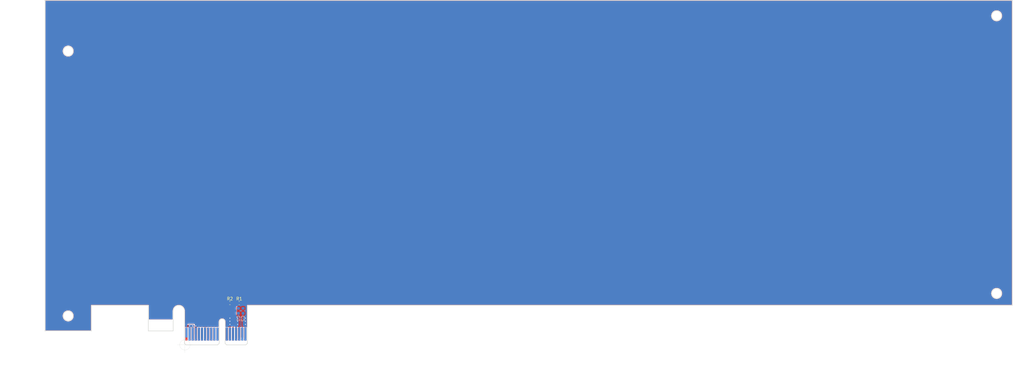
<source format=kicad_pcb>
(kicad_pcb (version 20221018) (generator pcbnew)
  (title_block (title "PCIexpress_x16_full") (company "Author: Luca Anastasio"))
  (layers (0 "F.Cu" power) (1 "In1.Cu" power) (2 "In2.Cu" power) (31 "B.Cu" power) (34 "B.Paste" user) (35 "F.Paste" user) (36 "B.SilkS" user "B.Silkscreen") (37 "F.SilkS" user "F.Silkscreen") (38 "B.Mask" user) (39 "F.Mask" user) (44 "Edge.Cuts" user))
  (net 0 "")
  (net 1 "GND")
  (net 2 "+12V")
  (net 3 "+3V3")
  (net 4 "+3.3VA")
  (net 5 "Net-(J2-PadB12)")
  (net 6 "/PER0_P")
  (net 7 "/PER0_N")
  (net 8 "/SMCLK")
  (net 9 "/SMDAT")
  (net 10 "/~{TRST}")
  (net 11 "/~{WAKE}")
  (net 12 "/PET0_P")
  (net 13 "/PET0_N")
  (net 14 "/~{PRSNT2x1}")
  (net 15 "/~{PRSNT1}")
  (net 16 "/TCK")
  (net 17 "/TDI")
  (net 18 "/TDO")
  (net 19 "/TMS")
  (net 20 "/~{PERST}")
  (net 21 "/REFCLK-")
  (net 22 "/REFCLK+")
  (net 23 "/PCIexpress_connector/_PER0_P")
  (net 24 "/PCIexpress_connector/_PER0_N")
  (footprint "PCIexpress:PCIexpress_bracket_full" (layer "F.Cu") (at 109.625 194.125)
    (fp_text reference "J1" hide)
    (fp_text value "PCIexpress_bracket")
  )
  (footprint "Resistor_SMD:R_0603_1608Metric" (layer "F.Cu") (at 127.125 180.625)
    (fp_text reference "R1" (at 0 -1.375) (layer "F.SilkS"))
    (fp_text value "49.9")
    (fp_line (start -0.162779 -0.51) (end 0.162779 -0.51) (stroke (width 0.12)) (layer "F.SilkS"))
    (fp_line (start -0.162779 0.51) (end 0.162779 0.51) (stroke (width 0.12)) (layer "F.SilkS"))
    (pad "1" smd roundrect (at -0.7875 0) (size 0.875 0.95) (layers "F.Cu" "F.Paste" "F.Mask") (net 13 "/PET0_N"))
    (pad "2" smd roundrect (at 0.7875 0) (size 0.875 0.95) (layers "F.Cu" "F.Paste" "F.Mask") (net 1 "GND"))
  )
  (footprint "Resistor_SMD:R_0603_1608Metric" (layer "F.Cu") (at 124.125 180.625 180)
    (fp_text reference "R2" (at 0 1.375) (layer "F.SilkS"))
    (fp_text value "49.9")
    (fp_line (start -0.162779 -0.51) (end 0.162779 -0.51) (stroke (width 0.12)) (layer "F.SilkS"))
    (fp_line (start -0.162779 0.51) (end 0.162779 0.51) (stroke (width 0.12)) (layer "F.SilkS"))
    (pad "1" smd roundrect (at -0.7875 0 180) (size 0.875 0.95) (layers "F.Cu" "F.Paste" "F.Mask") (net 12 "/PET0_P"))
    (pad "2" smd roundrect (at 0.7875 0 180) (size 0.875 0.95) (layers "F.Cu" "F.Paste" "F.Mask") (net 1 "GND"))
  )
  (footprint "PCIexpress:PCIexpress_x1" (layer "F.Cu") (at 109.625 194.125)
    (fp_text reference "J2" hide)
    (fp_text value "PCIexpress_x1")
    (pad "A1" connect rect (at 0.5 -4) (size 0.7 3.2) (layers "B.Cu") (net 15 "/~{PRSNT1}"))
    (pad "A2" connect rect (at 1.5 -3.5) (size 0.7 4.2) (layers "B.Cu") (net 2 "+12V"))
    (pad "A3" connect rect (at 2.5 -3.5) (size 0.7 4.2) (layers "B.Cu") (net 2 "+12V"))
    (pad "A4" connect rect (at 3.5 -3.5) (size 0.7 4.2) (layers "B.Cu") (net 1 "GND"))
    (pad "A5" connect rect (at 4.5 -3.5) (size 0.7 4.2) (layers "B.Cu") (net 16 "/TCK"))
    (pad "A6" connect rect (at 5.5 -3.5) (size 0.7 4.2) (layers "B.Cu") (net 17 "/TDI"))
    (pad "A7" connect rect (at 6.5 -3.5) (size 0.7 4.2) (layers "B.Cu") (net 18 "/TDO"))
    (pad "A8" connect rect (at 7.5 -3.5) (size 0.7 4.2) (layers "B.Cu") (net 19 "/TMS"))
    (pad "A9" connect rect (at 8.5 -3.5) (size 0.7 4.2) (layers "B.Cu") (net 3 "+3V3"))
    (pad "A10" connect rect (at 9.5 -3.5) (size 0.7 4.2) (layers "B.Cu") (net 3 "+3V3"))
    (pad "A11" connect rect (at 10.5 -3.5) (size 0.7 4.2) (layers "B.Cu") (net 20 "/~{PERST}"))
    (pad "A12" connect rect (at 13.5 -3.5) (size 0.7 4.2) (layers "B.Cu") (net 1 "GND"))
    (pad "A13" connect rect (at 14.5 -3.5) (size 0.7 4.2) (layers "B.Cu") (net 22 "/REFCLK+"))
    (pad "A14" connect rect (at 15.5 -3.5) (size 0.7 4.2) (layers "B.Cu") (net 21 "/REFCLK-"))
    (pad "A15" connect rect (at 16.5 -3.5) (size 0.7 4.2) (layers "B.Cu") (net 1 "GND"))
    (pad "A16" connect rect (at 17.5 -3.5) (size 0.7 4.2) (layers "B.Cu") (net 23 "/PCIexpress_connector/_PER0_P"))
    (pad "A17" connect rect (at 18.5 -3.5) (size 0.7 4.2) (layers "B.Cu") (net 24 "/PCIexpress_connector/_PER0_N"))
    (pad "A18" connect rect (at 19.5 -3.5) (size 0.7 4.2) (layers "B.Cu") (net 1 "GND"))
    (pad "B1" connect rect (at 0.5 -3.5) (size 0.7 4.2) (layers "F.Cu") (net 2 "+12V"))
    (pad "B2" connect rect (at 1.5 -3.5) (size 0.7 4.2) (layers "F.Cu") (net 2 "+12V"))
    (pad "B3" connect rect (at 2.5 -3.5) (size 0.7 4.2) (layers "F.Cu") (net 2 "+12V"))
    (pad "B4" connect rect (at 3.5 -3.5) (size 0.7 4.2) (layers "F.Cu") (net 1 "GND"))
    (pad "B5" connect rect (at 4.5 -3.5) (size 0.7 4.2) (layers "F.Cu") (net 8 "/SMCLK"))
    (pad "B6" connect rect (at 5.5 -3.5) (size 0.7 4.2) (layers "F.Cu") (net 9 "/SMDAT"))
    (pad "B7" connect rect (at 6.5 -3.5) (size 0.7 4.2) (layers "F.Cu") (net 1 "GND"))
    (pad "B8" connect rect (at 7.5 -3.5) (size 0.7 4.2) (layers "F.Cu") (net 3 "+3V3"))
    (pad "B9" connect rect (at 8.5 -3.5) (size 0.7 4.2) (layers "F.Cu") (net 10 "/~{TRST}"))
    (pad "B10" connect rect (at 9.5 -3.5) (size 0.7 4.2) (layers "F.Cu") (net 4 "+3.3VA"))
    (pad "B11" connect rect (at 10.5 -3.5) (size 0.7 4.2) (layers "F.Cu") (net 11 "/~{WAKE}"))
    (pad "B12" connect rect (at 13.5 -3.5) (size 0.7 4.2) (layers "F.Cu") (net 5 "Net-(J2-PadB12)"))
    (pad "B13" connect rect (at 14.5 -3.5) (size 0.7 4.2) (layers "F.Cu") (net 1 "GND"))
    (pad "B14" connect rect (at 15.5 -3.5) (size 0.7 4.2) (layers "F.Cu") (net 12 "/PET0_P"))
    (pad "B15" connect rect (at 16.5 -3.5) (size 0.7 4.2) (layers "F.Cu") (net 13 "/PET0_N"))
    (pad "B16" connect rect (at 17.5 -3.5) (size 0.7 4.2) (layers "F.Cu") (net 1 "GND"))
    (pad "B17" connect rect (at 18.5 -4) (size 0.7 3.2) (layers "F.Cu") (net 14 "/~{PRSNT2x1}"))
    (pad "B18" connect rect (at 19.5 -3.5) (size 0.7 4.2) (layers "F.Cu") (net 1 "GND"))
  )
  (footprint "Capacitor_SMD:C_0603_1608Metric" (layer "B.Cu") (at 126.875 183.125 -90)
    (fp_text reference "C1" (at 2.5 0 90) (layer "B.SilkS") (effects (justify mirror)))
    (fp_text value "100n")
    (fp_line (start -0.162779 -0.51) (end 0.162779 -0.51) (stroke (width 0.12)) (layer "B.SilkS"))
    (fp_line (start -0.162779 0.51) (end 0.162779 0.51) (stroke (width 0.12)) (layer "B.SilkS"))
    (pad "1" smd roundrect (at -0.7875 0 270) (size 0.875 0.95) (layers "B.Cu" "B.Paste" "B.Mask") (net 6 "/PER0_P"))
    (pad "2" smd roundrect (at 0.7875 0 270) (size 0.875 0.95) (layers "B.Cu" "B.Paste" "B.Mask") (net 23 "/PCIexpress_connector/_PER0_P"))
  )
  (footprint "Capacitor_SMD:C_0603_1608Metric" (layer "B.Cu") (at 128.375 183.125 90)
    (fp_text reference "C2" (at -2.5 0 90) (layer "B.SilkS") (effects (justify mirror)))
    (fp_text value "100n")
    (fp_line (start -0.162779 -0.51) (end 0.162779 -0.51) (stroke (width 0.12)) (layer "B.SilkS"))
    (fp_line (start -0.162779 0.51) (end 0.162779 0.51) (stroke (width 0.12)) (layer "B.SilkS"))
    (pad "1" smd roundrect (at -0.7875 0 90) (size 0.875 0.95) (layers "B.Cu" "B.Paste" "B.Mask") (net 24 "/PCIexpress_connector/_PER0_N"))
    (pad "2" smd roundrect (at 0.7875 0 90) (size 0.875 0.95) (layers "B.Cu" "B.Paste" "B.Mask") (net 7 "/PER0_N"))
  )
  (gr_line (start 123.075 194.125) (end 129.275 194.125) (stroke (width 0.15)) (layer "Edge.Cuts"))
  (gr_line (start 120.675 193.625) (end 120.675 186.675) (stroke (width 0.15)) (layer "Edge.Cuts"))
  (gr_line (start 120.175 194.125) (end 120.675 193.625) (stroke (width 0.15)) (layer "Edge.Cuts"))
  (gr_circle (center 371.395 87.995) (end 372.995 87.995) (stroke (width 0.15)) (fill none) (layer "Edge.Cuts"))
  (gr_circle (center 71.975 184.775) (end 73.575 184.775) (stroke (width 0.15)) (fill none) (layer "Edge.Cuts"))
  (gr_line (start 129.275 194.125) (end 129.775 193.625) (stroke (width 0.15)) (layer "Edge.Cuts"))
  (gr_line (start 105.825 189.625) (end 105.825 183.2) (stroke (width 0.15)) (layer "Edge.Cuts"))
  (gr_line (start 79.475 181.375) (end 97.825 181.375) (stroke (width 0.15)) (layer "Edge.Cuts"))
  (gr_line (start 79.475 189.625) (end 79.475 181.375) (stroke (width 0.15)) (layer "Edge.Cuts"))
  (gr_line (start 376.4777 181.375) (end 376.475 82.975) (stroke (width 0.15)) (layer "Edge.Cuts"))
  (gr_line (start 122.575 186.675) (end 122.575 193.625) (stroke (width 0.15)) (layer "Edge.Cuts"))
  (gr_arc (start 120.675 186.675) (mid 121.625 185.725) (end 122.575 186.675) (stroke (width 0.15)) (layer "Edge.Cuts"))
  (gr_arc (start 105.825 183.2) (mid 107.65 181.375) (end 109.475 183.2) (stroke (width 0.15)) (layer "Edge.Cuts"))
  (gr_line (start 109.475 183.2) (end 109.475 193.625) (stroke (width 0.15)) (layer "Edge.Cuts"))
  (gr_circle (center 371.395 177.525) (end 372.995 177.525) (stroke (width 0.15)) (fill none) (layer "Edge.Cuts"))
  (gr_line (start 64.475 189.625) (end 79.475 189.625) (stroke (width 0.15)) (layer "Edge.Cuts"))
  (gr_line (start 109.975 194.125) (end 120.175 194.125) (stroke (width 0.15)) (layer "Edge.Cuts"))
  (gr_line (start 97.825 181.375) (end 97.825 189.625) (stroke (width 0.15)) (layer "Edge.Cuts"))
  (gr_line (start 64.475 82.975) (end 64.475 189.625) (stroke (width 0.15)) (layer "Edge.Cuts"))
  (gr_line (start 376.475 82.975) (end 64.475 82.975) (stroke (width 0.15)) (layer "Edge.Cuts"))
  (gr_line (start 122.575 193.625) (end 123.075 194.125) (stroke (width 0.15)) (layer "Edge.Cuts"))
  (gr_line (start 129.775 193.625) (end 129.775 181.375) (stroke (width 0.15)) (layer "Edge.Cuts"))
  (gr_circle (center 71.975 99.375) (end 73.575 99.375) (stroke (width 0.15)) (fill none) (layer "Edge.Cuts"))
  (gr_line (start 97.825 189.625) (end 105.825 189.625) (stroke (width 0.15)) (layer "Edge.Cuts"))
  (gr_line (start 109.475 193.625) (end 109.975 194.125) (stroke (width 0.15)) (layer "Edge.Cuts"))
  (gr_line (start 129.775 181.375) (end 376.4777 181.375) (stroke (width 0.15)) (layer "Edge.Cuts"))
  (target plus (at 109.625 194.125) (size 5) (width 0.05) (layer "Edge.Cuts"))
  (segment (start 113.125 188.125) (end 113.125 188.125) (width 0.7) (layer "F.Cu") (net 1))
  (segment (start 113.125 190.625) (end 113.125 188) (width 0.7) (layer "F.Cu") (net 1))
  (via (at 124.125 185.5) (size 0.55) (drill 0.3) (layers "F.Cu" "B.Cu") (net 1))
  (via (at 129.125 185.5) (size 0.55) (drill 0.3) (layers "F.Cu" "B.Cu") (net 1))
  (via (at 126.625 185.5) (size 0.55) (drill 0.3) (layers "F.Cu" "B.Cu") (net 1))
  (via (at 126.625 187.5) (size 0.55) (drill 0.3) (layers "F.Cu" "B.Cu") (net 1))
  (via (at 129.125 186.5) (size 0.55) (drill 0.3) (layers "F.Cu" "B.Cu") (net 1))
  (via (at 129.125 187.5) (size 0.55) (drill 0.3) (layers "F.Cu" "B.Cu") (net 1))
  (via (at 124.125 187.5) (size 0.55) (drill 0.3) (layers "F.Cu" "B.Cu") (net 1))
  (via (at 113.125 188) (size 0.55) (drill 0.3) (layers "F.Cu" "B.Cu") (net 1))
  (via (at 126.625 186.5) (size 0.55) (drill 0.3) (layers "F.Cu" "B.Cu") (net 1))
  (via (at 124.125 186.5) (size 0.55) (drill 0.3) (layers "F.Cu" "B.Cu") (net 1))
  (segment (start 111.125 190.625) (end 111.125 188) (width 0.0889) (layer "F.Cu") (net 2))
  (via (at 111.125 188) (size 0.55) (drill 0.3) (layers "F.Cu" "B.Cu") (net 2))
  (via (at 112.125 188) (size 0.55) (drill 0.3) (layers "F.Cu" "B.Cu") (net 2))
  (segment (start 124.9125 181.26875) (end 124.9125 180.625) (width 0.2) (layer "F.Cu") (net 12))
  (segment (start 125.125 190.625) (end 125.125 188.375) (width 0.2) (layer "F.Cu") (net 12))
  (segment (start 125.425 188.075) (end 125.425 181.78125) (width 0.2) (layer "F.Cu") (net 12))
  (segment (start 125.425 181.78125) (end 124.9125 181.26875) (width 0.2) (layer "F.Cu") (net 12))
  (segment (start 125.125 188.375) (end 125.425 188.075) (width 0.2) (layer "F.Cu") (net 12))
  (segment (start 125.825 181.8) (end 126.3375 181.2875) (width 0.2) (layer "F.Cu") (net 13))
  (segment (start 126.3375 181.2875) (end 126.3375 180.625) (width 0.2) (layer "F.Cu") (net 13))
  (segment (start 126.125 190.625) (end 126.125 188.375) (width 0.2) (layer "F.Cu") (net 13))
  (segment (start 126.125 188.375) (end 125.825 188.075) (width 0.2) (layer "F.Cu") (net 13))
  (segment (start 125.825 188.075) (end 125.825 181.8) (width 0.2) (layer "F.Cu") (net 13))
  (segment (start 126.875 184.5) (end 127.425 185.05) (width 0.2) (layer "B.Cu") (net 23))
  (segment (start 127.125 188.375) (end 127.125 190.625) (width 0.2) (layer "B.Cu") (net 23))
  (segment (start 126.875 183.9125) (end 126.875 184.5) (width 0.2) (layer "B.Cu") (net 23))
  (segment (start 127.425 185.05) (end 127.425 188.075) (width 0.2) (layer "B.Cu") (net 23))
  (segment (start 127.425 188.075) (end 127.125 188.375) (width 0.2) (layer "B.Cu") (net 23))
  (segment (start 127.825 188.075) (end 128.125 188.375) (width 0.2) (layer "B.Cu") (net 24))
  (segment (start 128.375 183.9125) (end 128.375 184.5) (width 0.2) (layer "B.Cu") (net 24))
  (segment (start 127.825 185.05) (end 127.825 188.075) (width 0.2) (layer "B.Cu") (net 24))
  (segment (start 128.125 188.375) (end 128.125 190.625) (width 0.2) (layer "B.Cu") (net 24))
  (segment (start 128.375 184.5) (end 127.825 185.05) (width 0.2) (layer "B.Cu") (net 24))
  (zone (net 2) (net_name "+12V") (layer "F.Cu") (priority 2) (connect_pads thru_hole_only (clearance 0)) (min_thickness 0.25) (fill yes (thermal_gap 0.508) (thermal_bridge_width 0.508))
    (polygon (pts (xy 112.625 188.526) (xy 109.375 188.526) (xy 109.375 187.5) (xy 112.625 187.5)))
  )
  (zone (net 1) (net_name "GND") (layer "F.Cu") (connect_pads thru_hole_only (clearance 0)) (min_thickness 0.25) (fill yes (thermal_gap 0.508) (thermal_bridge_width 0.508))
    (polygon (pts (xy 64.5 83) (xy 376.5 83) (xy 376.5 181.375) (xy 129.875 181.375) (xy 129.875 188.525) (xy 109.375 188.525) (xy 109.375 183.25) (xy 105.875 183.25) (xy 105.875 186) (xy 97.75 186) (xy 97.75 181.375) (xy 79.5 181.375) (xy 79.5 189.625) (xy 64.5 189.625)))
  )
  (zone (net 0) (net_name "") (layers "F.Cu" "In1.Cu" "In2.Cu" "B.Cu") (connect_pads (clearance 0)) (min_thickness 0.254)
    (keepout (tracks not_allowed) (vias not_allowed) (pads allowed) (copperpour not_allowed) (footprints allowed))
    (fill (thermal_gap 0.508) (thermal_bridge_width 0.508))
    (polygon (pts (xy 97.825 186.125) (xy 105.825 186.125) (xy 105.825 189.625) (xy 97.825 189.625)))
  )
  (zone (net 2) (net_name "+12V") (layer "B.Cu") (priority 2) (connect_pads thru_hole_only (clearance 0)) (min_thickness 0.25) (fill yes (thermal_gap 0.508) (thermal_bridge_width 0.508))
    (polygon (pts (xy 112.625 188.526) (xy 110.625 188.526) (xy 110.625 187.5) (xy 112.625 187.5)))
  )
  (zone (net 1) (net_name "GND") (layer "B.Cu") (connect_pads thru_hole_only (clearance 0)) (min_thickness 0.25) (fill yes (thermal_gap 0.508) (thermal_bridge_width 0.508))
    (polygon (pts (xy 64.5 83) (xy 376.5 83) (xy 376.5 181.375) (xy 129.875 181.375) (xy 129.875 188.525) (xy 109.375 188.525) (xy 109.375 183.25) (xy 105.875 183.25) (xy 105.875 186) (xy 97.75 186) (xy 97.75 181.375) (xy 79.5 181.375) (xy 79.5 189.625) (xy 64.5 189.625)))
  )
)
</source>
